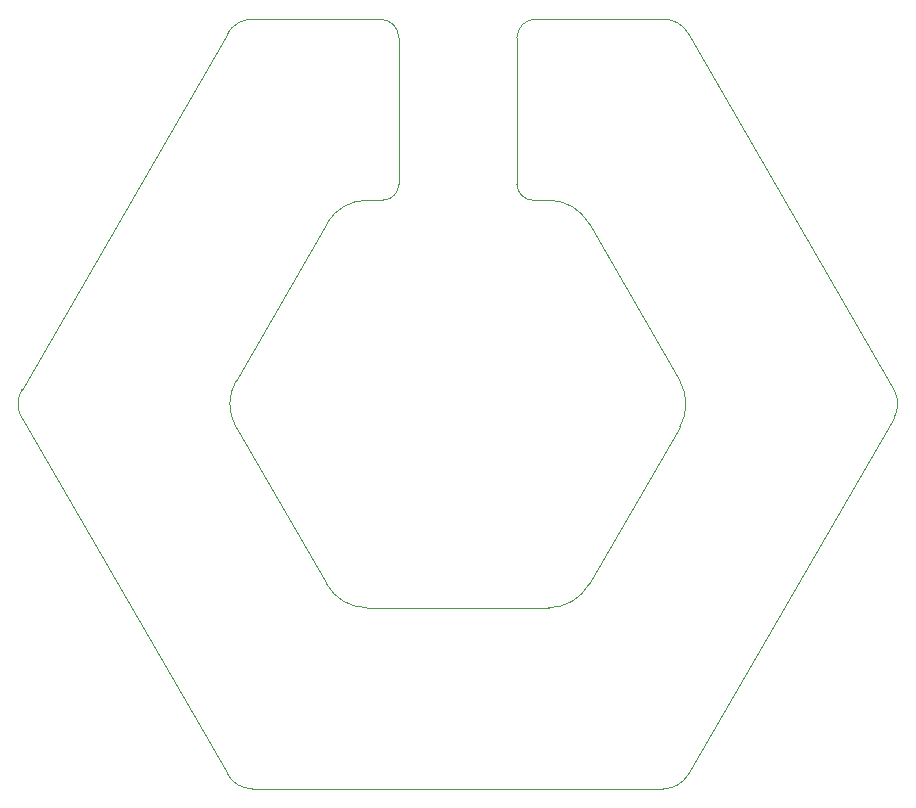
<source format=gko>
G04*
G04 #@! TF.GenerationSoftware,Altium Limited,CircuitStudio,1.5.2 (30)*
G04*
G04 Layer_Color=16720538*
%FSLAX24Y24*%
%MOIN*%
G70*
G01*
G75*
%ADD29C,0.0005*%
%ADD30C,0.0005*%
%ADD31C,0.0010*%
D29*
X361057Y343784D02*
G03*
X361057Y342830I827J-477D01*
G01*
X368737Y356132D02*
G03*
X367911Y355655I0J-955D01*
G01*
X383271D02*
G03*
X382444Y356132I-827J-477D01*
G01*
X390124Y342830D02*
G03*
X390124Y343784I-827J477D01*
G01*
X382444Y330482D02*
G03*
X383271Y330960I0J955D01*
G01*
X367911D02*
G03*
X368737Y330482I827J477D01*
G01*
X372562Y350098D02*
G03*
X371223Y349326I0J-1545D01*
G01*
X368195Y344080D02*
G03*
X368195Y342534I1338J-773D01*
G01*
X371223Y337288D02*
G03*
X372562Y336516I1338J773D01*
G01*
X378619D02*
G03*
X379958Y337288I0J1545D01*
G01*
X382986Y342534D02*
G03*
X382986Y344080I-1338J773D01*
G01*
X379958Y349326D02*
G03*
X378619Y350098I-1338J-773D01*
G01*
X361057Y342830D02*
X367911Y330960D01*
X361057Y343784D02*
X367911Y355655D01*
X383271D02*
X390124Y343784D01*
X383271Y330960D02*
X390124Y342830D01*
X368737Y330482D02*
X382444D01*
X368195Y344080D02*
X371223Y349326D01*
X368195Y342534D02*
X371223Y337288D01*
X372562Y336516D02*
X378619D01*
X379958Y337288D02*
X382986Y342534D01*
X379958Y349326D02*
X382986Y344080D01*
X368737Y356132D02*
X373002D01*
X378179D02*
X382444D01*
X378092Y350098D02*
X378619D01*
D30*
X373622Y355512D02*
G03*
X373002Y356132I-620J0D01*
G01*
X378179Y356132D02*
G03*
X377559Y355512I0J-620D01*
G01*
X373092Y350101D02*
G03*
X373622Y350631I0J530D01*
G01*
X377559D02*
G03*
X378089Y350101I530J0D01*
G01*
D31*
X373622Y350631D02*
Y355512D01*
X372562Y350098D02*
X373090D01*
X377559Y350631D02*
Y355512D01*
M02*

</source>
